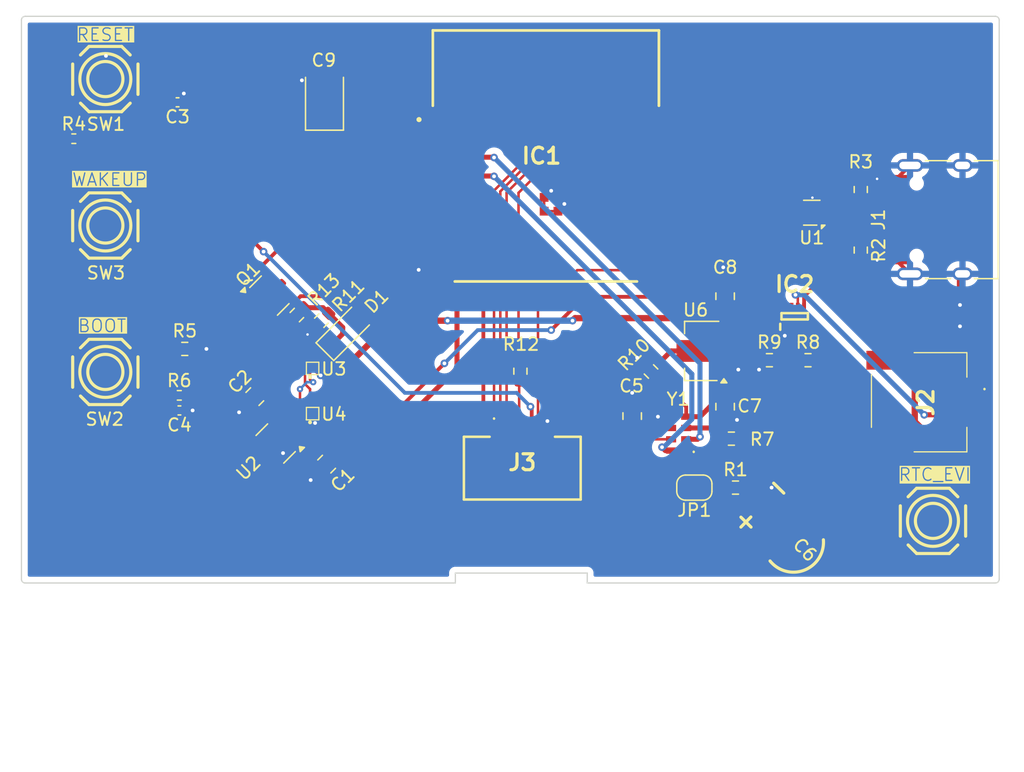
<source format=kicad_pcb>
(kicad_pcb (version 20240108) (generator "pcbnew") (generator_version "8.0")
  (layers (0 "F.Cu" signal) (31 "B.Cu" signal) (34 "B.Paste" user) (35 "F.Paste" user) (36 "B.SilkS" user "B.Silkscreen") (37 "F.SilkS" user "F.Silkscreen") (38 "B.Mask" user) (39 "F.Mask" user) (44 "Edge.Cuts" user))
  (net 0 "")
  (net 1 "+VDC")
  (net 2 "GND")
  (net 3 "+3.3V")
  (net 4 "/EN")
  (net 5 "/IO9")
  (net 6 "+3.3VP")
  (net 7 "Net-(JP1-B)")
  (net 8 "VIN")
  (net 9 "MCU_PWRHOLD")
  (net 10 "Net-(D1-K)")
  (net 11 "RTC_INT")
  (net 12 "SCL")
  (net 13 "/USB_D-")
  (net 14 "/LCD_DISPON")
  (net 15 "/TX")
  (net 16 "/RX")
  (net 17 "/USB_D+")
  (net 18 "SDA")
  (net 19 "/LCD_EXTMODE")
  (net 20 "/SPI_MOSI")
  (net 21 "/LCD_CS")
  (net 22 "/IO8")
  (net 23 "/SPI_CLK")
  (net 24 "PWR_STAT")
  (net 25 "+5V")
  (net 26 "Net-(IC2-PR1)")
  (net 27 "+BATT")
  (net 29 "Net-(J1-CC2)")
  (net 31 "Net-(J1-CC1)")
  (net 34 "/RTC_SQW")
  (net 37 "Net-(JP1-A)")
  (net 38 "Net-(Q1-S)")
  (net 39 "Net-(R5-Pad1)")
  (net 40 "RTC_EVI")
  (net 41 "VDD33")
  (net 42 "/USB_D_N")
  (net 43 "/USB_D_P")
  (footprint "Connector_USB:USB_C_Receptacle_HRO_TYPE-C-31-M-12" (layer "F.Cu") (at 183.65 83.85 90)
    (property "Reference" "J1")
    (property "Value" "USB_C_Receptacle_USB2.0")
  )
  (footprint "Capacitor_SMD:C_0805_2012Metric" (layer "F.Cu") (at 128.35 97.95 45)
    (property "Reference" "C2")
    (property "Value" "10uF")
  )
  (footprint "footprint:C2890373_WLCSP-4" (layer "F.Cu") (at 132.95 95.7)
    (property "Reference" "U3")
    (property "Value" "LP5240HVF")
  )
  (footprint "footprint:RV3032C7" (layer "F.Cu") (at 162.1 100.9 90)
    (property "Reference" "Y1")
    (property "Value" "RV-3032-C7" (hide yes))
  )
  (footprint "Resistor_SMD:R_0603_1608Metric" (layer "F.Cu") (at 122.775 94.15)
    (property "Reference" "R5")
    (property "Value" "1k")
  )
  (footprint "Jumper:SolderJumper-2_P1.3mm_Open_RoundedPad1.0x1.5mm" (layer "F.Cu") (at 163.35 105.2 180)
    (property "Reference" "JP1")
    (property "Value" "Jumper_NO_VBACKUP")
  )
  (footprint "footprint:C2845289_SW-SMD_4P-L5.2-W5.2-P3.70-LS6.4" (layer "F.Cu") (at 182.35 107.85)
    (property "Reference" "SW4" (hide yes))
    (property "Value" "TC-0522C-1.7-160G")
  )
  (footprint "Package_TO_SOT_SMD:SOT-89-3" (layer "F.Cu") (at 163.93 94.3125 180)
    (property "Reference" "U6")
    (property "Value" "L78L33ACUTR")
  )
  (footprint "footprint:FH5210S05SH99_LCD" (layer "F.Cu") (at 149.65 103.65)
    (property "Reference" "J3")
    (property "Value" "FH52-10S-0.5SH_99" (hide yes))
  )
  (footprint "Resistor_SMD:R_0603_1608Metric" (layer "F.Cu") (at 176.6 86.275 -90)
    (property "Reference" "R2")
    (property "Value" "5.1k")
  )
  (footprint "Resistor_SMD:R_0603_1608Metric" (layer "F.Cu") (at 166.625 105.2)
    (property "Reference" "R1")
    (property "Value" "10K")
  )
  (footprint "Package_TO_SOT_SMD:SOT-23" (layer "F.Cu") (at 129.5125 89.9 45)
    (property "Reference" "Q1")
    (property "Value" "AO3401A")
  )
  (footprint "Capacitor_SMD:C_0805_2012Metric" (layer "F.Cu") (at 165.8 89.95 -90)
    (property "Reference" "C8")
    (property "Value" "10uF")
  )
  (footprint "footprint:C2845289_SW-SMD_4P-L5.2-W5.2-P3.70-LS6.4" (layer "F.Cu") (at 116.45 84.316666)
    (property "Reference" "SW3")
    (property "Value" "TC-0522C-1.7-160G")
  )
  (footprint "footprint:C2845289_SW-SMD_4P-L5.2-W5.2-P3.70-LS6.4" (layer "F.Cu") (at 116.45 95.983332)
    (property "Reference" "SW2")
    (property "Value" "TC-0522C-1.7-160G")
  )
  (footprint "footprint:C2890373_WLCSP-4" (layer "F.Cu") (at 132.95 99.3)
    (property "Reference" "U4")
    (property "Value" "LP5240HVF")
  )
  (footprint "Resistor_SMD:R_0603_1608Metric" (layer "F.Cu") (at 149.5 95.925 -90)
    (property "Reference" "R12")
    (property "Value" "5.1k")
  )
  (footprint "Resistor_SMD:R_0603_1608Metric" (layer "F.Cu") (at 159.9 95.95 -45)
    (property "Reference" "R10")
    (property "Value" "10K")
  )
  (footprint "Package_TO_SOT_SMD:SOT-23" (layer "F.Cu") (at 130.012913 101.687087 -135)
    (property "Reference" "U2")
    (property "Value" "MCP1700-3302E_SOT23")
  )
  (footprint "footprint:ESP32C3WROOM02N4" (layer "F.Cu") (at 152.4875 82.075)
    (property "Reference" "IC1")
    (property "Value" "ESP32-C3-WROOM-02-N4" (hide yes))
  )
  (footprint "Resistor_SMD:R_0603_1608Metric" (layer "F.Cu") (at 169.325 95.05)
    (property "Reference" "R9")
    (property "Value" "2K")
  )
  (footprint "Diode_SMD:D_SOD-123" (layer "F.Cu") (at 135.6 92.7 45)
    (property "Reference" "D1")
    (property "Value" "Schottky")
  )
  (footprint "footprint:C22399676_TPS2117-8N" (layer "F.Cu") (at 171.338 91.55 90)
    (property "Reference" "IC2")
    (property "Value" "TPS2117DRLR" (hide yes))
  )
  (footprint "Capacitor_SMD:C_0402_1005Metric" (layer "F.Cu") (at 122.2 74.5 180)
    (property "Reference" "C3")
    (property "Value" "1uF")
  )
  (footprint "Capacitor_SMD:C_0402_1005Metric" (layer "F.Cu") (at 122.35 99.05 180)
    (property "Reference" "C4")
    (property "Value" "22pF")
  )
  (footprint "footprint:C2845289_SW-SMD_4P-L5.2-W5.2-P3.70-LS6.4" (layer "F.Cu") (at 116.45 72.65)
    (property "Reference" "SW1")
    (property "Value" "TC-0522C-1.7-160G")
  )
  (footprint "Resistor_SMD:R_0603_1608Metric" (layer "F.Cu") (at 172.4 95.05)
    (property "Reference" "R8")
    (property "Value" "5.1k")
  )
  (footprint "Capacitor_SMD:C_0805_2012Metric" (layer "F.Cu") (at 165.8 98.75 90)
    (property "Reference" "C7")
    (property "Value" "10uF")
  )
  (footprint "Capacitor_SMD:C_0805_2012Metric" (layer "F.Cu") (at 158.4 99.5 90)
    (property "Reference" "C5")
    (property "Value" "100nF")
  )
  (footprint "Resistor_SMD:R_0402_1005Metric" (layer "F.Cu") (at 113.94 77.4)
    (property "Reference" "R4")
    (property "Value" "10k")
  )
  (footprint "footprint:S2BPHSM4TBLFSN" (layer "F.Cu") (at 181.25 98.4 90)
    (property "Reference" "J2")
    (property "Value" "S2B-PH-SM4-TB_LF__SN_" (hide yes))
  )
  (footprint "footprint:C9900013866_SUPERCAP-TH_XH414HG" (layer "F.Cu") (at 170.45 108.6 135)
    (property "Reference" "C6")
    (property "Value" "superCAP")
  )
  (footprint "Resistor_SMD:R_0402_1005Metric" (layer "F.Cu") (at 122.34 97.85)
    (property "Reference" "R6")
    (property "Value" "10k")
  )
  (footprint "Capacitor_Tantalum_SMD:CP_EIA-3528-15_AVX-H" (layer "F.Cu") (at 133.9 74.2625 90)
    (property "Reference" "C9")
    (property "Value" "100uF")
  )
  (footprint "Resistor_SMD:R_0603_1608Metric" (layer "F.Cu") (at 131.7 91.45 45)
    (property "Reference" "R13")
    (property "Value" "0Ω")
  )
  (footprint "Resistor_SMD:R_0603_1608Metric" (layer "F.Cu") (at 176.6 81.45 90)
    (property "Reference" "R3")
    (property "Value" "5.1k")
  )
  (footprint "Resistor_SMD:R_0603_1608Metric" (layer "F.Cu") (at 166.3 101.3)
    (property "Reference" "R7")
    (property "Value" "10K")
  )
  (footprint "Capacitor_SMD:C_0805_2012Metric" (layer "F.Cu") (at 134.071751 103.328249 -135)
    (property "Reference" "C1")
    (property "Value" "10uF")
  )
  (footprint "Resistor_SMD:R_0603_1608Metric" (layer "F.Cu") (at 133.65 91.9 -135)
    (property "Reference" "R11")
    (property "Value" "10k")
  )
  (footprint "Package_TO_SOT_SMD:SOT-666" (layer "F.Cu") (at 172.7 83.2975 180)
    (property "Reference" "U1")
    (property "Value" "USBLC6-2P6")
  )
  (gr_arc (start 187.621675 112.497854) (mid 187.533193 112.711518) (end 187.319529 112.8) (stroke (width 0.1)) (layer "Edge.Cuts"))
  (gr_line (start 154.821675 112.8) (end 154.821675 112.007875) (stroke (width 0.1)) (layer "Edge.Cuts"))
  (gr_line (start 110.080471 67.65) (end 187.319529 67.65) (stroke (width 0.1)) (layer "Edge.Cuts"))
  (gr_arc (start 109.770368 67.952148) (mid 109.861675 67.735651) (end 110.080471 67.65) (stroke (width 0.1)) (layer "Edge.Cuts"))
  (gr_line (start 144.321675 112.007875) (end 154.821675 112.007875) (stroke (width 0.1)) (layer "Edge.Cuts"))
  (gr_arc (start 187.319529 67.650001) (mid 187.533286 67.739462) (end 187.621678 67.953664) (stroke (width 0.1)) (layer "Edge.Cuts"))
  (gr_line (start 109.771675 112.502868) (end 109.771675 67.952146) (stroke (width 0.1)) (layer "Edge.Cuts"))
  (gr_line (start 154.821675 112.8) (end 187.319529 112.8) (stroke (width 0.1)) (layer "Edge.Cuts"))
  (gr_line (start 110.071675 112.8) (end 144.321675 112.8) (stroke (width 0.1)) (layer "Edge.Cuts"))
  (gr_arc (start 110.071675 112.802868) (mid 109.859554 112.714998) (end 109.771675 112.502868) (stroke (width 0.1)) (layer "Edge.Cuts"))
  (gr_line (start 144.321675 112.8) (end 144.321675 112.007875) (stroke (width 0.1)) (layer "Edge.Cuts"))
  (gr_line (start 187.621675 67.953664) (end 187.621675 112.497854) (stroke (width 0.1)) (layer "Edge.Cuts"))
  (gr_text "BOOT" (at 114.2 92.9 0) (layer "F.SilkS" knockout) (effects (font (size 1 1) (thickness 0.1)) (justify left bottom)))
  (gr_text "WAKEUP" (at 113.75 81.25 0) (layer "F.SilkS" knockout) (effects (font (size 1 1) (thickness 0.1)) (justify left bottom)))
  (gr_text "RESET" (at 114.1 69.7 0) (layer "F.SilkS" knockout) (effects (font (size 1 1) (thickness 0.1)) (justify left bottom)))
  (gr_text "RTC_EVI" (at 179.55 104.75 0) (layer "F.SilkS" knockout) (effects (font (size 1 1) (thickness 0.1)) (justify left bottom)))
  (segment (start 131.95 98.865686) (end 132.584314 99.5) (width 0.2) (layer "F.Cu") (net 1))
  (segment (start 129.4 102.35) (end 129.35 102.35) (width 0.2) (layer "F.Cu") (net 1))
  (segment (start 132.584314 99.5) (end 132.75 99.5) (width 0.2) (layer "F.Cu") (net 1))
  (segment (start 131.95 97.35) (end 131.95 98.865686) (width 0.2) (layer "F.Cu") (net 1))
  (segment (start 132.75 99.5) (end 132.65 99.6) (width 0.2) (layer "F.Cu") (net 1))
  (segment (start 132.2 100.05) (end 131.7 100.05) (width 0.2) (layer "F.Cu") (net 1))
  (segment (start 131.7 100.05) (end 129.4 102.35) (width 0.2) (layer "F.Cu") (net 1))
  (segment (start 132.75 96.6) (end 132.95 96.8) (width 0.2) (layer "F.Cu") (net 1))
  (segment (start 132.5 99.75) (end 132.5 100.412996) (width 0.2) (layer "F.Cu") (net 1))
  (segment (start 132.95 96.8) (end 133 96.8) (width 0.2) (layer "F.Cu") (net 1))
  (segment (start 132.65 99.6) (end 132.5 99.75) (width 0.2) (layer "F.Cu") (net 1))
  (segment (start 132.75 95.9) (end 132.75 96.6) (width 0.2) (layer "F.Cu") (net 1))
  (segment (start 132.65 99.6) (end 132.2 100.05) (width 0.2) (layer "F.Cu") (net 1))
  (segment (start 132.5 100.412996) (end 134.743502 102.656498) (width 0.2) (layer "F.Cu") (net 1))
  (via (at 131.95 97.35) (size 0.5) (drill 0.2) (layers "F.Cu" "B.Cu") (net 1))
  (via (at 133 96.8) (size 0.5) (drill 0.2) (layers "F.Cu" "B.Cu") (net 1))
  (segment (start 132.5 96.8) (end 131.95 97.35) (width 0.2) (layer "B.Cu") (net 1))
  (segment (start 133 96.8) (end 132.5 96.8) (width 0.2) (layer "B.Cu") (net 1))
  (segment (start 152.4875 82.075) (end 152.4875 82.0875) (width 0.2) (layer "F.Cu") (net 2))
  (segment (start 131.347577 101.695926) (end 131.347577 101.702423) (width 0.4) (layer "F.Cu") (net 2))
  (segment (start 132.125 72.725) (end 132.1 72.75) (width 0.4) (layer "F.Cu") (net 2))
  (segment (start 151.4 100.15) (end 151.65 99.9) (width 0.3) (layer "F.Cu") (net 2))
  (segment (start 177.4 87.1) (end 176.6 87.1) (width 0.3) (layer "F.Cu") (net 2))
  (segment (start 151.9 100.675) (end 151.9 100.15) (width 0.3) (layer "F.Cu") (net 2))
  (segment (start 133.15 95.9) (end 133.51186 96.26186) (width 0.2) (layer "F.Cu") (net 2))
  (segment (start 159.316637 95.366637) (end 158.8 94.85) (width 0.3) (layer "F.Cu") (net 2))
  (segment (start 165.8 87.8) (end 165.65 87.65) (width 0.4) (layer "F.Cu") (net 2))
  (segment (start 151.3875 80.975) (end 152.4875 80.975) (width 0.2) (layer "F.Cu") (net 2))
  (segment (start 131.347577 101.702423) (end 130.6 102.45) (width 0.4) (layer "F.Cu") (net 2))
  (segment (start 133.066637 92.483363) (end 132.55 93) (width 0.4) (layer "F.Cu") (net 2))
  (segment (start 151.3875 82.075) (end 151.3875 83.175) (width 0.2) (layer "F.Cu") (net 2))
  (segment (start 184.5 90.65) (end 184.5 88.37) (width 0.5) (layer "F.Cu") (net 2))
  (segment (start 142.7775 87.875) (end 141.425 87.875) (width 0.4) (layer "F.Cu") (net 2))
  (segment (start 165.8 99.7) (end 166.639338 99.7) (width 0.4) (layer "F.Cu") (net 2))
  (segment (start 122.68 74.5) (end 122.68 73.82) (width 0.3) (layer "F.Cu") (net 2))
  (segment (start 177.9 87.1) (end 177.85 87.1) (width 0.3) (layer "F.Cu") (net 2))
  (segment (start 141.425 87.875) (end 141.4 87.85) (width 0.4) (layer "F.Cu") (net 2))
  (segment (start 179.605 80.6) (end 177.9 80.6) (width 0.3) (layer "F.Cu") (net 2))
  (segment (start 152.4875 82.0875) (end 153 82.6) (width 0.2) (layer "F.Cu") (net 2))
  (segment (start 153.5875 83.175) (end 153.575 83.175) (width 0.2) (layer "F.Cu") (net 2))
  (segment (start 172.75 82.769446) (end 172.75 82.1) (width 0.2) (layer "F.Cu") (net 2))
  (segment (start 151.4 100.675) (end 151.4 100.15) (width 0.3) (layer "F.Cu") (net 2))
  (segment (start 168.5 95.05) (end 168.5 95.8) (width 0.3) (layer "F.Cu") (net 2))
  (segment (start 122.68 73.82) (end 122.7 73.8) (width 0.3) (layer "F.Cu") (net 2))
  (segment (start 133.4 104) (end 132.8 104.6) (width 0.4) (layer "F.Cu") (net 2))
  (segment (start 158.4 98.55) (end 158.4 97.65) (width 0.3) (layer "F.Cu") (net 2))
  (segment (start 184.5 97.4) (end 184.5 92.35) (width 0.5) (layer "F.Cu") (net 2))
  (segment (start 173.625 83.2975) (end 173.278054 83.2975) (width 0.2) (layer "F.Cu") (net 2))
  (segment (start 127.678249 98.621751) (end 127.1 99.2) (width 0.4) (layer "F.Cu") (net 2))
  (segment (start 133.9 72.725) (end 132.125 72.725) (width 0.4) (layer "F.Cu") (net 2))
  (segment (start 166.8375 95.8125) (end 166.85 95.8) (width 0.4) (layer "F.Cu") (net 2))
  (segment (start 133.51186 96.26186) (end 133.591954 96.26186) (width 0.2) (layer "F.Cu") (net 2))
  (segment (start 152.4875 80.975) (end 153.5875 80.975) (width 0.2) (layer "F.Cu") (net 2))
  (segment (start 165.88 95.8125) (end 166.8375 95.8125) (width 0.4) (layer "F.Cu") (net 2))
  (segment (start 151.3875 82.075) (end 151.3875 80.975) (width 0.2) (layer "F.Cu") (net 2))
  (segment (start 153.5875 82.075) (end 153.5875 83.175) (width 0.2) (layer "F.Cu") (net 2))
  (segment (start 177.85 87.1) (end 177.4 87.1) (width 0.3) (layer "F.Cu") (net 2))
  (segment (start 169.5 105.2) (end 169.892569 105.2) (width 0.4) (layer "F.Cu") (net 2))
  (segment (start 152.4875 82.075) (end 152.475 82.075) (width 0.2) (layer "F.Cu") (net 2))
  (segment (start 184.5 92.35) (end 184.5 90.65) (width 0.5) (layer "F.Cu") (net 2))
  (segment (start 169.892569 105.2) (end 172.203625 107.511056) (width 0.4) (layer "F.Cu") (net 2))
  (segment (start 123.6 94.15) (end 124.5 94.15) (width 0.4) (layer "F.Cu") (net 2))
  (segment (start 179.605 87.1) (end 179.605 87.255) (width 0.3) (layer "F.Cu") (net 2))
  (segment (start 179.605 80.445) (end 180.52 79.53) (width 0.3) (layer "F.Cu") (net 2))
  (segment (start 177.9 80.6) (end 177.4 80.6) (width 0.3) (layer "F.Cu") (net 2))
  (segment (start 153.5875 83.175) (end 152.4875 83.175) (width 0.2) (layer "F.Cu") (net 2))
  (segment (start 153.575 83.175) (end 153 82.6) (width 0.2) (layer "F.Cu") (net 2))
  (segment (start 113.45 70.8) (end 116.5 70.8) (width 0.3) (layer "F.Cu") (net 2))
  (segment (start 152.475 82.075) (end 151.95 81.55) (width 0.2) (layer "F.Cu") (net 2))
  (segment (start 179.605 87.1) (end 177.9 87.1) (width 0.3) (layer "F.Cu") (net 2))
  (segment (start 161.5 99.55) (end 160.45 99.55) (width 0.3) (layer "F.Cu") (net 2))
  (segment (start 173.278054 83.2975) (end 172.75 82.769446) (width 0.2) (layer "F.Cu") (net 2))
  (segment (start 151.3875 80.9875) (end 151.95 81.55) (width 0.2) (layer "F.Cu") (net 2))
  (segment (start 170.588 92.388) (end 170.588 93.062) (width 0.3) (layer "F.Cu") (net 2))
  (segment (start 179.605 80.6) (end 179.605 80.445) (width 0.3) (layer "F.Cu") (net 2))
  (segment (start 151.3875 80.975) (end 151.3875 80.9875) (width 0.2) (layer "F.Cu") (net 2))
  (segment (start 152.4875 83.175) (end 151.3875 83.175) (width 0.2) (layer "F.Cu") (net 2))
  (segment (start 119.45 70.8) (end 116.5 70.8) (width 0.3) (layer "F.Cu") (net 2))
  (segment (start 184.5 88.37) (end 184.7 88.17) (width 0.5) (layer "F.Cu") (net 2))
  (segment (start 176.625 80.6) (end 176.6 80.625) (width 0.3) (layer "F.Cu") (net 2))
  (segment (start 179.605 87.255) (end 180.52 88.17) (width 0.3) (layer "F.Cu") (net 2))
  (segment (start 167.45 105.2) (end 169.5 105.2) (width 0.4) (layer "F.Cu") (net 2))
  (segment (start 122.83 99.05) (end 123.4 99.05) (width 0.4) (layer "F.Cu") (net 2))
  (segment (start 165.8 89) (end 165.8 87.8) (width 0.4) (layer "F.Cu") (net 2))
  (segment (start 133.15 99.5) (end 133.15 100.05) (width 0.2) (layer "F.Cu") (net 2))
  (segment (start 151.9 100.15) (end 151.65 99.9) (width 0.3) (layer "F.Cu") (net 2))
  (segment (start 177.4 80.6) (end 176.625 80.6) (width 0.3) (layer "F.Cu") (net 2))
  (segment (start 166.639338 99.7) (end 166.744669 99.805331) (width 0.4) (layer "F.Cu") (net 2))
  (segment (start 170.588 93.062) (end 170.55 93.1) (width 0.3) (layer "F.Cu") (net 2))
  (segment (start 153.5875 80.975) (end 153.5875 82.075) (width 0.2) (layer "F.Cu") (net 2))
  (via (at 133.15 100.05) (size 0.6) (drill 0.3) (layers "F.Cu" "B.Cu") (net 2))
  (via (at 151.65 99.9) (size 0.6) (drill 0.3) (layers "F.Cu" "B.Cu") (net 2))
  (via (at 133.591954 96.26186) (size 0.6) (drill 0.3) (layers "F.Cu" "B.Cu") (net 2))
  (via (at 158.4 97.65) (size 0.6) (drill 0.3) (layers "F.Cu" "B.Cu") (net 2))
  (via (at 130.6 102.45) (size 0.6) (drill 0.3) (layers "F.Cu" "B.Cu") (net 2))
  (via (at 169.5 105.2) (size 0.6) (drill 0.3) (layers "F.Cu" "B.Cu") (net 2))
  (via (at 170.55 93.1) (size 0.6) (drill 0.3) (layers "F.Cu" "B.Cu") (net 2))
  (via (at 172.75 82.1) (size 0.5) (drill 0.2) (layers "F.Cu" "B.Cu") (net 2))
  (via (at 160.45 99.55) (size 0.6) (drill 0.3) (layers "F.Cu" "B.Cu") (net 2))
  (via (at 141.4 87.85) (size 0.6) (drill 0.3) (layers "F.Cu" "B.Cu") (net 2))
  (via (at 151.95 81.55) (size 0.6) (drill 0.3) (layers "F.Cu" "B.Cu") (net 2))
  (via (at 132.8 104.6) (size 0.6) (drill 0.3) (layers "F.Cu" "B.Cu") (net 2))
  (via (at 116.5 70.8) (size 0.6) (drill 0.3) (layers "F.Cu" "B.Cu") (net 2))
  (via (at 127.1 99.2) (size 0.6) (drill 0.3) (layers "F.Cu" "B.Cu") (net 2))
  (via (at 123.4 99.05) (size 0.6) (drill 0.3) (layers "F.Cu" "B.Cu") (net 2))
  (via (at 124.5 94.15) (size 0.6) (drill 0.3) (layers "F.Cu" "B.Cu") (net 2))
  (via (at 177.9 87.1) (size 0.5) (drill 0.2) (layers "F.Cu" "B.Cu") (net 2))
  (via (at 165.65 87.65) (size 0.6) (drill 0.3) (layers "F.Cu" "B.Cu") (net 2))
  (via (at 132.1 72.75) (size 0.6) (drill 0.3) (layers "F.Cu" "B.Cu") (net 2))
  (via (at 184.5 92.35) (size 0.6) (drill 0.3) (layers "F.Cu" "B.Cu") (net 2))
  (via (at 153 82.6) (size 0.6) (drill 0.3) (layers "F.Cu" "B.Cu") (net 2))
  (via (at 166.744669 99.805331) (size 0.6) (drill 0.3) (layers "F.Cu" "B.Cu") (net 2))
  (via (at 122.7 73.8) (size 0.6) (drill 0.3) (layers "F.Cu" "B.Cu") (net 2))
  (via (at 177.9 80.6) (size 0.5) (drill 0.2) (layers "F.Cu" "B.Cu") (net 2))
  (via (at 166.85 95.8) (size 0.6) (drill 0.3) (layers "F.Cu" "B.Cu") (net 2))
  (via (at 132.55 93) (size 0.5) (drill 0.2) (layers "F.Cu" "B.Cu") (net 2))
  (via (at 158.8 94.85) (size 0.6) (drill 0.3) (layers "F.Cu" "B.Cu") (net 2))
  (via (at 184.5 90.65) (size 0.6) (drill 0.3) (layers "F.Cu" "B.Cu") (net 2))
  (via (at 168.5 95.8) (size 0.6) (drill 0.3) (layers "F.Cu" "B.Cu") (net 2))
  (segment (start 179.325 74.975) (end 182.75 78.4) (width 0.5) (layer "F.Cu") (net 3))
  (segment (start 186.7 105.478325) (end 186.7 110.44) (width 0.5) (layer "F.Cu") (net 3))
  (segment (start 124.35 72.65) (end 113.21 72.65) (width 0.5) (layer "F.Cu") (net 3))
  (segment (start 168.86 101.3) (end 167.125 101.3) (width 0.5) (layer "F.Cu") (net 3))
  (segment (start 133.975 75.875) (end 133.9 75.8) (width 0.5) (layer "F.Cu") (net 3))
  (segment (start 113.21 72.65) (end 112.1 73.76) (width 0.5) (layer "F.Cu") (net 3))
  (segment (start 186.7 110.44) (end 186.29 110.85) (width 0.5) (layer "F.Cu") (net 3))
  (segment (start 129.021751 97.278249) (end 123.421751 97.278249) (width 0.4) (layer "F.Cu") (net 3))
  (segment (start 121.65 95.9) (end 122.85 97.1) (width 0.5) (layer "F.Cu") (net 3))
  (segment (start 111 85.1) (end 111 95.1) (width 0.5) (layer "F.Cu") (net 3))
  (segment (start 111 95.1) (end 111.8 95.9) (width 0.5) (layer "F.Cu") (net 3))
  (segment (start 142.7775 75.875) (end 143.6775 74.975) (width 0.5) (layer "F.Cu") (net 3))
  (segment (start 142.7775 75.875) (end 133.975 75.875) (width 0.5) (layer "F.Cu") (net 3))
  (segment (start 186.1 105.15) (end 186.371675 105.15) (width 0.5) (layer "F.Cu") (net 3))
  (segment (start 180.9 99.95) (end 186.1 105.15) (width 0.5) (layer "F.Cu") (net 3))
  (segment (start 133.9 75.8) (end 127.5 75.8) (width 0.5) (layer "F.Cu") (net 3))
  (segment (start 112.1 73.76) (end 112.1 80.4) (width 0.5) (layer "F.Cu") (net 3))
  (segment (start 127.5 75.8) (end 124.35 72.65) (width 0.5) (layer "F.Cu") (net 3))
  (segment (start 112.1 80.069999) (end 112.1 80.4) (width 0.5) (layer "F.Cu") (net 3))
  (segment (start 182.75 78.4) (end 182.75 94.4) (width 0.5) (layer "F.Cu") (net 3))
  (segment (start 112.1 84) (end 111 85.1) (width 0.5) (layer "F.Cu") (net 3))
  (segment (start 180.9 96.25) (end 180.9 99.95) (width 0.5) (layer "F.Cu") (net 3))
  (segment (start 130.004074 98.260572) (end 129.021751 97.278249) (width 0.4) (layer "F.Cu") (net 3))
  (segment (start 114.45 77.719999) (end 112.1 80.069999) (width 0.5) (layer "F.Cu") (net 3))
  (segment (start 111.8 95.9) (end 121.65 95.9) (width 0.5) (layer "F.Cu") (net 3))
  (segment (start 122.85 97.1) (end 122.85 97.85) (width 0.5) (layer "F.Cu") (net 3))
  (segment (start 114.45 77.4) (end 114.45 77.719999) (width 0.5) (layer "F.Cu") (net 3))
  (segment (start 178.41 110.85) (end 168.86 101.3) (width 0.5) (layer "F.Cu") (net 3))
  (segment (start 123.421751 97.278249) (end 122.85 97.85) (width 0.4) (layer "F.Cu") (net 3))
  (segment (start 186.29 110.85) (end 178.41 110.85) (width 0.5) (layer "F.Cu") (net 3))
  (segment (start 186.371675 105.15) (end 186.7 105.478325) (width 0.5) (layer "F.Cu") (net 3))
  (segment (start 143.6775 74.975) (end 179.325 74.975) (width 0.5) (layer "F.Cu") (net 3))
  (segment (start 112.1 80.4) (end 112.1 84) (width 0.5) (layer "F.Cu") (net 3))
  (segment (start 182.75 94.4) (end 180.9 96.25) (width 0.5) (layer "F.Cu") (net 3))
  (segment (start 130.004074 100.352423) (end 130.004074 98.260572) (width 0.4) (layer "F.Cu") (net 3))
  (segment (start 113.45 74.5) (end 113.45 77.38) (width 0.3) (layer "F.Cu") (net 4))
  (segment (start 121.72 74.5) (end 121.72 74.809999) (width 0.3) (layer "F.Cu") (net 4))
  (segment (start 113.45 77.38) (end 113.43 77.4) (width 0.3) (layer "F.Cu") (net 4))
  (segment (start 121.72 74.809999) (end 124.285001 77.375) (width 0.3) (layer "F.Cu") (net 4))
  (segment (start 113.45 74.5) (end 119.45 74.5) (width 0.3) (layer "F.Cu") (net 4))
  (segment (start 124.285001 77.375) (end 142.7775 77.375) (width 0.3) (layer "F.Cu") (net 4))
  (segment (start 119.45 74.5) (end 121.72 74.5) (width 0.3) (layer "F.Cu") (net 4))
  (segment (start 119.466668 97.85) (end 119.45 97.833332) (width 0.3) (layer "F.Cu") (net 5))
  (segment (start 121.87 97.89) (end 121.83 97.85) (width 0.3) (layer "F.Cu") (net 5))
  (segment (start 144.45 95.7) (end 134.1 106.05) (width 0.4) (layer "F.Cu") (net 5))
  (segment (start 119.45 97.833332) (end 113.45 97.833332) (width 0.3) (layer "F.Cu") (net 5))
  (segment (start 142.7775 86.375) (end 144.075 86.375) (width 0.4) (layer "F.Cu") (net 5))
  (segment (start 134.1 106.05) (end 127.45 106.05) (width 0.4) (layer "F.Cu") (net 5))
  (segment (start 144.075 86.375) (end 144.45 86.75) (width 0.4) (layer "F.Cu") (net 5))
  (segment (start 121.87 99.05) (end 121.87 97.89) (width 0.3) (layer "F.Cu") (net 5))
  (segment (start 127.45 106.05) (end 121.87 100.47) (width 0.4) (layer "F.Cu") (net 5))
  (segment (start 121.87 100.47) (end 121.87 99.05) (width 0.4) (layer "F.Cu") (net 5))
  (segment (start 121.83 97.85) (end 119.466668 97.85) (width 0.3) (layer "F.Cu") (net 5))
  (segment (start 144.45 86.75) (end 144.45 95.7) (width 0.4) (layer "F.Cu") (net 5))
  (segment (start 150.4 98.85) (end 150.3 98.75) (width 0.3) (layer "F.Cu") (net 6))
  (segment (start 165.7925 94.3125) (end 161.502146 94.3125) (width 0.4) (layer "F.Cu") (net 6))
  (segment (start 178.4 106) (end 170.2 97.8) (width 0.4) (layer "F.Cu") (net 6))
  (segment (start 150.45 101.7) (end 157.15 101.7) (width 0.3) (layer "F.Cu") (net 6))
  (segment (start 164.83 96.83) (end 164.83 95.275) (width 0.4) (layer "F.Cu") (net 6))
  (segment (start 150.4 100.1) (end 150.4 100.675) (width 0.3) (layer "F.Cu") (net 6))
  (segment (start 159.525 99.325) (end 158.4 100.45) (width 0.4) (layer "F.Cu") (net 6))
  (segment (start 185.35 106) (end 179.35 106) (width 0.4) (layer "F.Cu") (net 6))
  (segment (start 161.5 100.45) (end 158.4 100.45) (width 0.4) (layer "F.Cu") (net 6))
  (segment (start 149.9 100.1) (end 150.4 100.1) (width 0.3) (layer "F.Cu") (net 6))
  (segment (start 164.83 95.275) (end 165.7925 94.3125) (width 0.4) (layer "F.Cu") (net 6))
  (segment (start 149.9 101.15) (end 150.45 101.7) (width 0.3) (layer "F.Cu") (net 6))
  (segment (start 161.502146 94.3125) (end 159.525 96.289646) (width 0.4) (layer "F.Cu") (net 6))
  (segment (start 170.2 97.8) (end 165.8 97.8) (width 0.4) (layer "F.Cu") (net 6))
  (segment (start 149.9 100.675) (end 149.9 101.15) (width 0.3) (layer "F.Cu") (net 6))
  (segment (start 165.8 97.8) (end 164.83 96.83) (width 0.4) (layer "F.Cu") (net 6))
  (segment (start 125.116666 82.466666) (end 119.45 82.466666) (width 0.3) (layer "F.Cu") (net 6))
  (segment (start 113.45 82.466666) (end 119.45 82.466666) (width 0.3) (layer "F.Cu") (net 6))
  (segment (start 150.4 100.675) (end 150.4 98.85) (width 0.3) (layer "F.Cu") (net 6))
  (segment (start 159.525 96.289646) (end 159.525 99.325) (width 0.4) (layer "F.Cu") (net 6))
  (segment (start 149.9 100.675) (end 149.9 100.1) (width 0.3) (layer "F.Cu") (net 6))
  (segment (start 129.05 86.4) (end 125.116666 82.466666) (width 0.3) (layer "F.Cu") (net 6))
  (segment (start 157.15 101.7) (end 158.4 100.45) (width 0.3) (layer "F.Cu") (net 6))
  (segment (start 179.35 106) (end 178.4 106) (width 0.4) (layer "F.Cu") (net 6))
  (via (at 150.3 98.75) (size 0.6) (drill 0.3) (layers "F.Cu" "B.Cu") (net 6))
  (via (at 129.05 86.4) (size 0.6) (drill 0.3) (layers "F.Cu" "B.Cu") (net 6))
  (segment (start 140.3 97.65) (end 129.05 86.4) (width 0.3) (layer "B.Cu") (net 6))
  (segment (start 149.2 97.65) (end 140.3 97.65) (width 0.3) (layer "B.Cu") (net 6))
  (segment (start 150.3 98.75) (end 149.2 97.65) (width 0.3) (layer "B.Cu") (net 6))
  (segment (start 162.7 105.2) (end 162.7 105.955) (width 0.4) (layer "F.Cu") (net 7))
  (segment (start 162.7 102.25) (end 162.7 105.2) (width 0.4) (layer "F.Cu") (net 7))
  (segment (start 162.7 105.955) (end 166.020994 109.275994) (width 0.4) (layer "F.Cu") (net 7))
  (segment (start 166.020994 109.275994) (end 169.066899 109.275994) (width 0.4) (layer "F.Cu") (net 7))
  (segment (start 171.088 91.75) (end 167.9 91.75) (width 0.3) (layer "F.Cu") (net 8))
  (segment (start 166.8375 92.8125) (end 165.88 92.8125) (width 0.3) (layer "F.Cu") (net 8))
  (segment (start 122.35 87.35) (end 111.8 87.35) (width 0.2) (layer "F.Cu") (net 8))
  (segment (start 171.088 90.712) (end 171.088 91.45) (width 0.3) (layer "F.Cu") (net 8))
  (segment (start 167.9 91.75) (end 166.8375 92.8125) (width 0.3) (layer "F.Cu") (net 8))
  (segment (start 153.85 91.7) (end 153.65 91.9) (width 0.5) (layer "F.Cu") (net 8))
  (segment (start 128.533762 90.878738) (end 130.175413 89.237087) (width 0.2) (layer "F.Cu") (net 8))
  (segment (start 171.088 91.45) (end 171.088 91.75) (width 0.3) (layer "F.Cu") (net 8))
  (segment (start 171.088 91.45) (end 167.95 91.45) (width 0.3) (layer "F.Cu") (net 8))
  (segment (start 143.7 91.9) (end 139.3 91.9) (width 0.5) (layer "F.Cu") (net 8))
  (segment (start 132.35 96.95) (end 132.35 95.6) (width 0.2) (layer "F.Cu") (net 8))
  (segment (start 132.35 95.6) (end 132.45 95.5) (width 0.2) (layer "F.Cu") (net 8))
  (segment (start 132.75 99.1) (end 132.75 98.55) (width 0.2) (layer "F.Cu") (net 8))
  (segment (start 139.3 91.9) (end 132.95 98.25) (width 0.5) (layer "F.Cu") (net 8))
  (segment (start 132.75 98.55) (end 132.75 97.35) (width 0.2) (layer "F.Cu") (net 8))
  (segment (start 167.4 90.9) (end 167.95 91.45) (width 0.3) (layer "F.Cu") (net 8))
  (segment (start 132.75 97.35) (end 132.35 96.95) (width 0.2) (layer "F.Cu") (net 8))
  (segment (start 165.88 92.8125) (end 164.7675 91.7) (width 0.5) (layer "F.Cu") (net 8))
  (segment (start 131.2 94.25) (end 129.25 94.25) (width 0.2) (layer "F.Cu") (net 8))
  (segment (start 164.7675 91.7) (end 153.85 91.7) (width 0.5) (layer "F.Cu") (net 8))
  (segment (start 129.25 94.25) (end 122.35 87.35) (width 0.2) (layer "F.Cu") (net 8))
  (segment (start 111.733334 85.466666) (end 121.916666 85.466666) (width 0.2) (layer "F.Cu") (net 8))
  (segment (start 111.55 85.65) (end 111.733334 85.466666) (width 0.2) (layer "F.Cu") (net 8))
  (segment (start 121.916666 85.466666) (end 127.328738 90.878738) (width 0.2) (layer "F.Cu") (net 8))
  (segment (start 111.8 87.35) (end 111.55 87.1) (width 0.2) (layer "F.Cu") (net 8))
  (segment (start 171.088 91.75) (end 171.088 92.388) (width 0.3) (layer "F.Cu") (net 8))
  (segment (start 132.45 95.5) (end 131.2 94.25) (width 0.2) (layer "F.Cu") (net 8))
  (segment (start 111.55 87.1) (end 111.55 85.65) (width 0.2) (layer "F.Cu") (net 8))
  (segment (start 127.328738 90.878738) (end 128.533762 90.878738) (width 0.2) (layer "F.Cu") (net 8))
  (segment (start 132.75 95.5) (end 132.45 95.5) (width 0.2) (layer "F.Cu") (net 8))
  (segment (start 165.8 90.9) (end 167.4 90.9) (width 0.3) (layer "F.Cu") (net 8))
  (via (at 153.65 91.9) (size 0.6) (drill 0.3) (layers "F.Cu" "B.Cu") (net 8))
  (via (at 143.7 91.9) (size 0.6) (drill 0.3) (layers "F.Cu" "B.Cu") (net 8))
  (segment (start 153.65 91.9) (end 143.7 91.9) (width 0.5) (layer "B.Cu") (net 8))
  (segment (start 132 89.95) (end 135.183452 89.95) (width 0.3) (layer "F.Cu") (net 9))
  (segment (start 132.1 92.3) (end 132.1 91.8) (width 0.3) (layer "F.Cu") (net 9))
  (segment (start 136.766726 91.533274) (end 136.766726 84.933274) (width 0.3) (layer "F.Cu") (net 9))
  (segment (start 131.393569 91.093569) (end 131.393569 90.556431) (width 0.3) (layer "F.Cu") (net 9))
  (segment (start 132.1 91.8) (end 131.393569 91.093569) (width 0.3) (layer "F.Cu") (net 9))
  (segment (start 119.45 86.166666) (end 121.98027 86.166666) (width 0.3) (layer "F.Cu") (net 9))
  (segment (start 131.476843 92.923157) (end 132.1 92.3) (width 0.3) (layer "F.Cu") (net 9))
  (segment (start 131.393569 90.556431) (end 132 89.95) (width 0.3) (layer "F.Cu") (net 9))
  (segment (start 135.183452 89.95) (end 136.766726 91.533274) (width 0.3) (layer "F.Cu") (net 9))
  (segment (start 121.98027 86.166666) (end 128.736761 92.923157) (width 0.3) (layer "F.Cu") (net 9))
  (segment (start 113.45 86.166666) (end 119.45 86.166666) (width 0.3) (layer "F.Cu") (net 9))
  (segment (start 138.325 83.375) (end 142.7775 83.375) (width 0.3) (layer "F.Cu") (net 9))
  (segment (start 136.766726 84.933274) (end 138.325 83.375) (width 0.3) (layer "F.Cu") (net 9))
  (segment (start 128.736761 92.923157) (end 131.476843 92.923157) (width 0.3) (layer "F.Cu") (net 9))
  (segment (start 134.233363 91.316637) (end 135.35 92.433274) (width 0.4) (layer "F.Cu") (net 10))
  (segment (start 133.15 95.15) (end 134.433274 93.866726) (width 0.2) (layer "F.Cu") (net 10))
  (segment (start 132.283363 90.866637) (end 133.783363 90.866637) (width 0.4) (layer "F.Cu") (net 10))
  (segment (start 133.783363 90.866637) (end 134.233363 91.316637) (width 0.4) (layer "F.Cu") (net 10))
  (segment (start 135.35 92.95) (end 134.433274 93.866726) (width 0.4) (layer "F.Cu") (net 10))
  (segment (start 133.15 95.5) (end 133.15 95.15) (width 0.2) (layer "F.Cu") (net 10))
  (segment (start 134.233363 93.666815) (end 134.433274 93.866726) (width 0.4) (layer "F.Cu") (net 10))
  (segment (start 135.35 92.433274) (end 135.35 92.95) (width 0.4) (layer "F.Cu") (net 10))
  (segment (start 144.775 81.875) (end 142.7775 81.875) (width 0.3) (layer "F.Cu") (net 11))
  (segment (start 165.475 102.525) (end 166.6 103.65) (width 0.3) (layer "F.Cu") (net 11))
  (segment (start 146.55 83.65) (end 144.775 81.875) (width 0.3) (layer "F.Cu") (net 11))
  (segment (start 166.6 103.65) (end 166.6 105.608358) (width 0.3) (layer "F.Cu") (net 11))
  (segment (start 146.55 101.1) (end 146.55 83.65) (width 0.3) (layer "F.Cu") (net 11))
  (segment (start 142.7775 81.875) (end 134.575 81.875) (width 0.3) (layer "F.Cu") (net 11))
  (segment (start 134.575 81.875) (end 128.177836 88.272164) (width 0.3) (layer "F.Cu") (net 11))
  (segment (start 162.7 100.45) (end 164.625 100.45) (width 0.4) (layer "F.Cu") (net 11))
  (segment (start 169.501996 111.398004) (end 156.848004 111.398004) (width 0.3) (layer "F.Cu") (net 11))
  (segment (start 156.848004 111.398004) (end 146.55 101.1) (width 0.3) (layer "F.Cu") (net 11))
  (segment (start 165.475 101.3) (end 165.475 102.525) (width 0.3) (layer "F.Cu") (net 11))
  (segment (start 167.891642 106.9) (end 169.4 106.9) (width 0.3) (layer "F.Cu") (net 11))
  (segment (start 171 108.5) (end 171 109.9) (width 0.3) (layer "F.Cu") (net 11))
  (segment (start 166.6 105.608358) (end 167.891642 106.9) (width 0.3) (layer "F.Cu") (net 11))
  (segment (start 164.625 100.45) (end 165.475 101.3) (width 0.4) (layer "F.Cu") (net 11))
  (segment (start 171 109.9) (end 169.501996 111.398004) (width 0.3) (layer "F.Cu") (net 11))
  (segment (start 169.4 106.9) (end 171 108.5) (width 0.3) (layer "F.Cu") (net 11))
  (segment (start 128.177836 88.272164) (end 128.177836 89.891161) (width 0.3) (layer "F.Cu") (net 11))
  (segment (start 147.4 80.4) (end 147.375 80.375) (width 0.4) (layer "F.Cu") (net 12))
  (segment (start 161.5 102.25) (end 161.044975 102.25) (width 0.4) (layer "F.Cu") (net 12))
  (segment (start 147.375 80.375) (end 142.7775 80.375) (width 0.4) (layer "F.Cu") (net 12))
  (segment (start 161.044975 102.25) (end 160.774604 101.979629) (width 0.4) (layer "F.Cu") (net 12))
  (via (at 147.4 80.4) (size 0.6) (drill 0.3) (layers "F.Cu" "B.Cu") (net 12))
  (via (at 160.774604 101.979629) (size 0.6) (drill 0.3) (layers "F.Cu" "B.Cu") (net 12))
  (segment (start 160.920371 101.979629) (end 163.15 99.75) (width 0.4) (layer "B.Cu") (net 12))
  (segment (start 163.15 96.15) (end 147.4 80.4) (width 0.4) (layer "B.Cu") (net 12))
  (segment (start 163.15 99.75) (end 163.15 96.15) (width 0.4) (layer "B.Cu") (net 12))
  (segment (start 160.774604 101.979629) (end 160.920371 101.979629) (width 0.4) (layer "B.Cu") (net 12))
  (segment (start 163.875 83.375) (end 160.2775 83.375) (width 0.3) (layer "F.Cu") (net 13))
  (segment (start 164.335 83.835) (end 163.875 83.375) (width 0.3) (layer "F.Cu") (net 13))
  (segment (start 171.85 83.835) (end 164.335 83.835) (width 0.3) (layer "F.Cu") (net 13))
  (segment (start 151.0625 80) (end 149.35 81.7125) (width 0.2) (layer "F.Cu") (net 14))
  (segment (start 149.35 93.7) (end 150.5 94.85) (width 0.2) (layer "F.Cu") (net 14))
  (segment (start 149.35 81.7125) (end 149.35 93.7) (width 0.2) (layer "F.Cu") (net 14))
  (segment (start 150.5 94.85) (end 150.5 95.825) (width 0.2) (layer "F.Cu") (net 14))
  (segment (start 149.4 100.675) (end 149.4 96.925) (width 0.2) (layer "F.Cu") (net 14))
  (segment (start 160.2775 80.375) (end 159.9775 80.375) (width 0.2) (layer "F.Cu") (net 14))
  (segment (start 150.5 95.825) (end 149.4 96.925) (width 0.2) (layer "F.Cu") (net 14))
  (segment (start 159.9775 80.375) (end 159.6025 80) (width 0.2) (layer "F.Cu") (net 14))
  (segment (start 159.6025 80) (end 151.0625 80) (width 0.2) (layer "F.Cu") (net 14))
  (segment (start 163.725 81.875) (end 160.2775 81.875) (width 0.3) (layer "F.Cu") (net 17))
  (segment (start 171.85 82.76) (end 164.61 82.76) (width 0.3) (layer "F.Cu") (net 17))
  (segment (start 164.61 82.76) (end 163.725 81.875) (width 0.3) (layer "F.Cu") (net 17))
  (segment (start 162.7 101.35) (end 163.6 101.35) (width 0.4) (layer "F.Cu") (net 18))
  (segment (start 147.375 78.875) (end 142.7775 78.875) (width 0.4) (layer "F.Cu") (net 18))
  (segment (start 147.4 78.9) (end 147.375 78.875) (width 0.4) (layer "F.Cu") (net 18))
  (segment (start 163.6 101.35) (end 163.8 101.15) (width 0.4) (layer "F.Cu") (net 18))
  (via (at 163.8 101.15) (size 0.6) (drill 0.3) (layers "F.Cu" "B.Cu") (net 18))
  (via (at 147.4 78.9) (size 0.6) (drill 0.3) (layers "F.Cu" "B.Cu") (net 18))
  (segment (start 163.8 95.3) (end 147.4 78.9) (width 0.4) (layer "B.Cu") (net 18))
  (segment (start 163.8 101.15) (end 163.8 95.3) (width 0.4) (layer "B.Cu") (net 18))
  (segment (start 154.025 87.875) (end 150.9 91) (width 0.2) (layer "F.Cu") (net 19))
  (segment (start 160.2775 87.875) (end 154.025 87.875) (width 0.2) (layer "F.Cu") (net 19))
  (segment (start 150.9 91) (end 150.9 100.675) (width 0.2) (layer "F.Cu") (net 19))
  (segment (start 152.125 77.375) (end 160.2775 77.375) (width 0.2) (layer "F.Cu") (net 20))
  (segment (start 147.9 100.675) (end 147.9 81.6) (width 0.2) (layer "F.Cu") (net 20))
  (segment (start 147.9 81.6) (end 152.125 77.375) (width 0.2) (layer "F.Cu") (net 20))
  (segment (start 148.4 81.7) (end 148.4 100.675) (width 0.2) (layer "F.Cu") (net 21))
  (segment (start 151.225 78.875) (end 148.4 81.7) (width 0.2) (layer "F.Cu") (net 21))
  (segment (start 160.2775 78.875) (end 151.225 78.875) (width 0.2) (layer "F.Cu") (net 21))
  (segment (start 153.059314 75.875) (end 147.4 81.534314) (width 0.2) (layer "F.Cu") (net 23))
  (segment (start 160.2775 75.875) (end 153.059314 75.875) (width 0.2) (layer "F.Cu") (net 23))
  (segment (start 147.4 81.534314) (end 147.4 100.675) (width 0.2) (layer "F.Cu") (net 23))
  (segment (start 133.7 99.1) (end 133.75 99.05) (width 0.2) (layer "F.Cu") (net 24))
  (segment (start 143.45 95.3) (end 139.7 99.05) (width 0.3) (layer "F.Cu") (net 24))
  (segment (start 154.6 90) (end 151.95 92.65) (width 0.3) (layer "F.Cu") (net 24))
  (segment (start 139.7 99.05) (end 133.75 99.05) (width 0.3) (layer "F.Cu") (net 24))
  (segment (start 169.876 90) (end 154.6 90) (width 0.3) (layer "F.Cu") (net 24))
  (segment (start 170.588 90.712) (end 169.876 90) (width 0.3) (layer "F.Cu") (net 24))
  (segment (start 133.15 99.1) (end 133.7 99.1) (width 0.2) (layer "F.Cu") (net 24))
  (via (at 151.95 92.65) (size 0.6) (drill 0.3) (layers "F.Cu" "B.Cu") (net 24))
  (via (at 143.45 95.3) (size 0.6) (drill 0.3) (layers "F.Cu" "B.Cu") (net 24))
  (segment (start 146.1 92.65) (end 143.45 95.3) (width 0.3) (layer "B.Cu") (net 24))
  (segment (start 151.95 92.65) (end 146.1 92.65) (width 0.3) (layer "B.Cu") (net 24))
  (segment (start 172.088 91.362) (end 172.588 91.862) (width 0.3) (layer "F.Cu") (net 25))
  (segment (start 172.588 94.413) (end 173.225 95.05) (width 0.3) (layer "F.Cu") (net 25))
  (segment (start 171.588 92.388) (end 171.588 91.862) (width 0.3) (layer "F.Cu") (net 25))
  (segment (start 172.95 84.054844) (end 172.95 84.15) (width 0.3) (layer "F.Cu") (net 25))
  (segment (start 171.588 91.862) (end 172.088 91.362) (width 0.3) (layer "F.Cu") (net 25))
  (segment (start 175.75 86.3) (end 172.088 89.962) (width 0.3) (layer "F.Cu") (net 25))
  (segment (start 172.088 89.962) (end 172.088 90.712) (width 0.3) (layer "F.Cu") (net 25))
  (segment (start 172.088 91.362) (end 172.088 90.712) (width 0.3) (layer "F.Cu") (net 25))
  (segment (start 172.192656 83.2975) (end 172.95 84.054844) (width 0.3) (layer "F.Cu") (net 25))
  (segment (start 171.775 83.2975) (end 172.192656 83.2975) (width 0.3) (layer "F.Cu") (net 25))
  (segment (start 180.393984 81.4) (end 181.45 82.456016) (width 0.4) (layer "F.Cu") (net 25))
  (segment (start 179.605 81.4) (end 180.393984 81.4) (width 0.4) (layer "F.Cu") (net 25))
  (segment (start 175.75 86.3) (end 179.605 86.3) (width 0.3) (layer "F.Cu") (net 25))
  (segment (start 181.45 85.243984) (end 180.393984 86.3) (width 0.4) (layer "F.Cu") (net 25))
  (segment (start 181.45 82.456016) (end 181.45 85.243984) (width 0.4) (layer "F.Cu") (net 25))
  (segment (start 172.95 84.15) (end 175.1 86.3) (width 0.3) (layer "F.Cu") (net 25))
  (segment (start 172.588 91.862) (end 172.588 94.413) (width 0.3) (layer "F.Cu") (net 25))
  (segment (start 175.1 86.3) (end 175.75 86.3) (width 0.3) (layer "F.Cu") (net 25))
  (segment (start 180.393984 86.3) (end 179.605 86.3) (width 0.4) (layer "F.Cu") (net 25))
  (segment (start 172.088 92.388) (end 172.088 94.537) (width 0.3) (layer "F.Cu") (net 26))
  (segment (start 172.088 94.537) (end 171.575 95.05) (width 0.3) (layer "F.Cu") (net 26))
  (segment (start 171.575 95.05) (end 170.15 95.05) (width 0.3) (layer "F.Cu") (net 26))
  (segment (start 171.588 90.712) (end 171.588 90.028632) (width 0.2) (layer "F.Cu") (net 27))
  (segment (start 171.588 90.028632) (end 171.398811 89.839443) (width 0.2) (layer "F.Cu") (net 27))
  (segment (start 184.5 99.4) (end 181.65 99.4) (width 0.4) (layer "F.Cu") (net 27))
  (via (at 181.65 99.4) (size 0.6) (drill 0.3) (layers "F.Cu" "B.Cu") (net 27))
  (via (at 171.398811 89.839443) (size 0.6) (drill 0.3) (layers "F.Cu" "B.Cu") (net 27))
  (segment (start 172.089443 89.839443) (end 171.398811 89.839443) (width 0.4) (layer "B.Cu") (net 27))
  (segment (start 181.65 99.4) (end 172.089443 89.839443) (width 0.4) (layer "B.Cu") (net 27))
  (segment (start 179.605 82.1) (end 176.775 82.1) (width 0.3) (layer "F.Cu") (net 29))
  (segment (start 176.775 82.1) (end 176.6 82.275) (width 0.3) (layer "F.Cu") (net 29))
  (segment (start 176.95 85.1) (end 176.6 85.45) (width 0.3) (layer "F.Cu") (net 31))
  (segment (start 179.605 85.1) (end 176.95 85.1) (width 0.3) (layer "F.Cu") (net 31))
  (segment (start 159.3 102.15) (end 160.1 101.35) (width 0.2) (layer "F.Cu") (net 34))
  (segment (start 160.1 101.35) (end 161.5 101.35) (width 0.2) (layer "F.Cu") (net 34))
  (segment (start 148.9 101.35) (end 149.7 102.15) (width 0.2) (layer "F.Cu") (net 34))
  (segment (start 148.9 100.675) (end 148.9 101.35) (width 0.2) (layer "F.Cu") (net 34))
  (segment (start 149.7 102.15) (end 159.3 102.15) (width 0.2) (layer "F.Cu") (net 34))
  (segment (start 164 105.2) (end 165.8 105.2) (width 0.4) (layer "F.Cu") (net 37))
  (segment (start 129.521339 91.234664) (end 129.521339 91.237976) (width 0.3) (layer "F.Cu") (net 38))
  (segment (start 130.317938 91.234664) (end 131.116637 92.033363) (width 0.3) (layer "F.Cu") (net 38))
  (segment (start 129.521339 91.234664) (end 130.317938 91.234664) (width 0.3) (layer "F.Cu") (net 38))
  (segment (start 121.933332 94.133332) (end 121.95 94.15) (width 0.3) (layer "F.Cu") (net 39))
  (segment (start 113.45 94.133332) (end 119.45 94.133332) (width 0.3) (layer "F.Cu") (net 39))
  (segment (start 119.45 94.133332) (end 121.933332 94.133332) (width 0.3) (layer "F.Cu") (net 39))
  (segment (start 185.35 109.7) (end 179.35 109.7) (width 0.4) (layer "F.Cu") (net 40))
  (segment (start 168.4 98.75) (end 179.35 109.7) (width 0.4) (layer "F.Cu") (net 40))
  (segment (start 162.7 98.75) (end 160.483363 96.533363) (width 0.3) (layer "F.Cu") (net 40))
  (segment (start 162.7 99.55) (end 162.7 98.75) (width 0.3) (layer "F.Cu") (net 40))
  (segment (start 164.6 98.75) (end 168.4 98.75) (width 0.4) (layer "F.Cu") (net 40))
  (segment (start 162.7 99.55) (end 163.8 99.55) (width 0.4) (layer "F.Cu") (net 40))
  (segment (start 163.8 99.55) (end 164.6 98.75) (width 0.4) (layer "F.Cu") (net 40))
  (segment (start 178.25 83.8) (end 178.05 83.6) (width 0.3) (layer "F.Cu") (net 42))
  (segment (start 178.25 84.32) (end 178.25 83.8) (width 0.3) (layer "F.Cu") (net 42))
  (segment (start 179.605 83.6) (end 178.05 83.6) (width 0.3) (layer "F.Cu") (net 42))
  (segment (start 175.45 83.6) (end 175.215 83.835) (width 0.3) (layer "F.Cu") (net 42))
  (segment (start 179.605 84.6) (end 178.53 84.6) (width 0.3) (layer "F.Cu") (net 42))
  (segment (start 175.215 83.835) (end 173.55 83.835) (width 0.3) (layer "F.Cu") (net 42))
  (segment (start 178.05 83.6) (end 175.45 83.6) (width 0.3) (layer "F.Cu") (net 42))
  (segment (start 178.53 84.6) (end 178.25 84.32) (width 0.3) (layer "F.Cu") (net 42))
  (segment (start 179.605 83.1) (end 175.4 83.1) (width 0.3) (layer "F.Cu") (net 43))
  (segment (start 180.68 84.1) (end 179.605 84.1) (width 0.3) (layer "F.Cu") (net 43))
  (segment (start 175.4 83.1) (end 175.06 82.76) (width 0.3) (layer "F.Cu") (net 43))
  (segment (start 180.85 83.27) (end 180.85 83.93) (width 0.3) (layer "F.Cu") (net 43))
  (segment (start 175.06 82.76) (end 173.55 82.76) (width 0.3) (layer "F.Cu") (net 43))
  (segment (start 180.68 83.1) (end 180.85 83.27) (width 0.3) (layer "F.Cu") (net 43))
  (segment (start 179.605 83.1) (end 180.68 83.1) (width 0.3) (layer "F.Cu") (net 43))
  (segment (start 180.85 83.93) (end 180.68 84.1) (width 0.3) (layer "F.Cu") (net 43))
  (zone (net 2) (net_name "GND") (layer "B.Cu") (connect_pads (clearance 0.5)) (min_thickness 0.25) (fill yes (thermal_gap 0.5) (thermal_bridge_width 0.5))
    (polygon (pts (xy 108.5 66.35) (xy 189.1 66.35) (xy 189.1 114.3) (xy 108.25 113.9)))
  )
)
</source>
